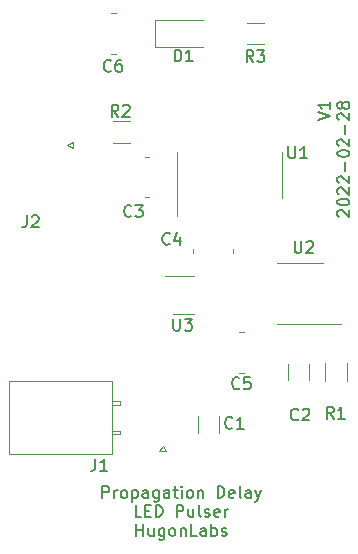
<source format=gto>
%TF.GenerationSoftware,KiCad,Pcbnew,6.0.2-378541a8eb~116~ubuntu20.04.1*%
%TF.CreationDate,2022-02-28T14:07:21-06:00*%
%TF.ProjectId,propagation_delay_led_pulser,70726f70-6167-4617-9469-6f6e5f64656c,1.0*%
%TF.SameCoordinates,Original*%
%TF.FileFunction,Legend,Top*%
%TF.FilePolarity,Positive*%
%FSLAX46Y46*%
G04 Gerber Fmt 4.6, Leading zero omitted, Abs format (unit mm)*
G04 Created by KiCad (PCBNEW 6.0.2-378541a8eb~116~ubuntu20.04.1) date 2022-02-28 14:07:21*
%MOMM*%
%LPD*%
G01*
G04 APERTURE LIST*
%ADD10C,0.150000*%
%ADD11C,0.120000*%
G04 APERTURE END LIST*
D10*
X223932369Y-59023794D02*
X224932369Y-58690461D01*
X223932369Y-58357128D01*
X224932369Y-57499985D02*
X224932369Y-58071413D01*
X224932369Y-57785699D02*
X223932369Y-57785699D01*
X224075227Y-57880937D01*
X224170465Y-57976175D01*
X224218084Y-58071413D01*
X225637608Y-67214270D02*
X225589989Y-67166651D01*
X225542369Y-67071413D01*
X225542369Y-66833318D01*
X225589989Y-66738080D01*
X225637608Y-66690461D01*
X225732846Y-66642842D01*
X225828084Y-66642842D01*
X225970941Y-66690461D01*
X226542369Y-67261889D01*
X226542369Y-66642842D01*
X225542369Y-66023794D02*
X225542369Y-65928556D01*
X225589989Y-65833318D01*
X225637608Y-65785699D01*
X225732846Y-65738080D01*
X225923322Y-65690461D01*
X226161417Y-65690461D01*
X226351893Y-65738080D01*
X226447131Y-65785699D01*
X226494750Y-65833318D01*
X226542369Y-65928556D01*
X226542369Y-66023794D01*
X226494750Y-66119032D01*
X226447131Y-66166651D01*
X226351893Y-66214270D01*
X226161417Y-66261889D01*
X225923322Y-66261889D01*
X225732846Y-66214270D01*
X225637608Y-66166651D01*
X225589989Y-66119032D01*
X225542369Y-66023794D01*
X225637608Y-65309509D02*
X225589989Y-65261889D01*
X225542369Y-65166651D01*
X225542369Y-64928556D01*
X225589989Y-64833318D01*
X225637608Y-64785699D01*
X225732846Y-64738080D01*
X225828084Y-64738080D01*
X225970941Y-64785699D01*
X226542369Y-65357128D01*
X226542369Y-64738080D01*
X225637608Y-64357128D02*
X225589989Y-64309509D01*
X225542369Y-64214270D01*
X225542369Y-63976175D01*
X225589989Y-63880937D01*
X225637608Y-63833318D01*
X225732846Y-63785699D01*
X225828084Y-63785699D01*
X225970941Y-63833318D01*
X226542369Y-64404747D01*
X226542369Y-63785699D01*
X226161417Y-63357128D02*
X226161417Y-62595223D01*
X225542369Y-61928556D02*
X225542369Y-61833318D01*
X225589989Y-61738080D01*
X225637608Y-61690461D01*
X225732846Y-61642842D01*
X225923322Y-61595223D01*
X226161417Y-61595223D01*
X226351893Y-61642842D01*
X226447131Y-61690461D01*
X226494750Y-61738080D01*
X226542369Y-61833318D01*
X226542369Y-61928556D01*
X226494750Y-62023794D01*
X226447131Y-62071413D01*
X226351893Y-62119032D01*
X226161417Y-62166651D01*
X225923322Y-62166651D01*
X225732846Y-62119032D01*
X225637608Y-62071413D01*
X225589989Y-62023794D01*
X225542369Y-61928556D01*
X225637608Y-61214270D02*
X225589989Y-61166651D01*
X225542369Y-61071413D01*
X225542369Y-60833318D01*
X225589989Y-60738080D01*
X225637608Y-60690461D01*
X225732846Y-60642842D01*
X225828084Y-60642842D01*
X225970941Y-60690461D01*
X226542369Y-61261889D01*
X226542369Y-60642842D01*
X226161417Y-60214270D02*
X226161417Y-59452366D01*
X225637608Y-59023794D02*
X225589989Y-58976175D01*
X225542369Y-58880937D01*
X225542369Y-58642842D01*
X225589989Y-58547604D01*
X225637608Y-58499985D01*
X225732846Y-58452366D01*
X225828084Y-58452366D01*
X225970941Y-58499985D01*
X226542369Y-59071413D01*
X226542369Y-58452366D01*
X225970941Y-57880937D02*
X225923322Y-57976175D01*
X225875703Y-58023794D01*
X225780465Y-58071413D01*
X225732846Y-58071413D01*
X225637608Y-58023794D01*
X225589989Y-57976175D01*
X225542369Y-57880937D01*
X225542369Y-57690461D01*
X225589989Y-57595223D01*
X225637608Y-57547604D01*
X225732846Y-57499985D01*
X225780465Y-57499985D01*
X225875703Y-57547604D01*
X225923322Y-57595223D01*
X225970941Y-57690461D01*
X225970941Y-57880937D01*
X226018560Y-57976175D01*
X226066179Y-58023794D01*
X226161417Y-58071413D01*
X226351893Y-58071413D01*
X226447131Y-58023794D01*
X226494750Y-57976175D01*
X226542369Y-57880937D01*
X226542369Y-57690461D01*
X226494750Y-57595223D01*
X226447131Y-57547604D01*
X226351893Y-57499985D01*
X226161417Y-57499985D01*
X226066179Y-57547604D01*
X226018560Y-57595223D01*
X225970941Y-57690461D01*
X205643322Y-91029394D02*
X205643322Y-90029394D01*
X206024274Y-90029394D01*
X206119512Y-90077014D01*
X206167131Y-90124633D01*
X206214750Y-90219871D01*
X206214750Y-90362728D01*
X206167131Y-90457966D01*
X206119512Y-90505585D01*
X206024274Y-90553204D01*
X205643322Y-90553204D01*
X206643322Y-91029394D02*
X206643322Y-90362728D01*
X206643322Y-90553204D02*
X206690941Y-90457966D01*
X206738560Y-90410347D01*
X206833798Y-90362728D01*
X206929036Y-90362728D01*
X207405227Y-91029394D02*
X207309989Y-90981775D01*
X207262369Y-90934156D01*
X207214750Y-90838918D01*
X207214750Y-90553204D01*
X207262369Y-90457966D01*
X207309989Y-90410347D01*
X207405227Y-90362728D01*
X207548084Y-90362728D01*
X207643322Y-90410347D01*
X207690941Y-90457966D01*
X207738560Y-90553204D01*
X207738560Y-90838918D01*
X207690941Y-90934156D01*
X207643322Y-90981775D01*
X207548084Y-91029394D01*
X207405227Y-91029394D01*
X208167131Y-90362728D02*
X208167131Y-91362728D01*
X208167131Y-90410347D02*
X208262369Y-90362728D01*
X208452846Y-90362728D01*
X208548084Y-90410347D01*
X208595703Y-90457966D01*
X208643322Y-90553204D01*
X208643322Y-90838918D01*
X208595703Y-90934156D01*
X208548084Y-90981775D01*
X208452846Y-91029394D01*
X208262369Y-91029394D01*
X208167131Y-90981775D01*
X209500465Y-91029394D02*
X209500465Y-90505585D01*
X209452846Y-90410347D01*
X209357608Y-90362728D01*
X209167131Y-90362728D01*
X209071893Y-90410347D01*
X209500465Y-90981775D02*
X209405227Y-91029394D01*
X209167131Y-91029394D01*
X209071893Y-90981775D01*
X209024274Y-90886537D01*
X209024274Y-90791299D01*
X209071893Y-90696061D01*
X209167131Y-90648442D01*
X209405227Y-90648442D01*
X209500465Y-90600823D01*
X210405227Y-90362728D02*
X210405227Y-91172252D01*
X210357608Y-91267490D01*
X210309989Y-91315109D01*
X210214750Y-91362728D01*
X210071893Y-91362728D01*
X209976655Y-91315109D01*
X210405227Y-90981775D02*
X210309989Y-91029394D01*
X210119512Y-91029394D01*
X210024274Y-90981775D01*
X209976655Y-90934156D01*
X209929036Y-90838918D01*
X209929036Y-90553204D01*
X209976655Y-90457966D01*
X210024274Y-90410347D01*
X210119512Y-90362728D01*
X210309989Y-90362728D01*
X210405227Y-90410347D01*
X211309989Y-91029394D02*
X211309989Y-90505585D01*
X211262369Y-90410347D01*
X211167131Y-90362728D01*
X210976655Y-90362728D01*
X210881417Y-90410347D01*
X211309989Y-90981775D02*
X211214750Y-91029394D01*
X210976655Y-91029394D01*
X210881417Y-90981775D01*
X210833798Y-90886537D01*
X210833798Y-90791299D01*
X210881417Y-90696061D01*
X210976655Y-90648442D01*
X211214750Y-90648442D01*
X211309989Y-90600823D01*
X211643322Y-90362728D02*
X212024274Y-90362728D01*
X211786179Y-90029394D02*
X211786179Y-90886537D01*
X211833798Y-90981775D01*
X211929036Y-91029394D01*
X212024274Y-91029394D01*
X212357608Y-91029394D02*
X212357608Y-90362728D01*
X212357608Y-90029394D02*
X212309989Y-90077014D01*
X212357608Y-90124633D01*
X212405227Y-90077014D01*
X212357608Y-90029394D01*
X212357608Y-90124633D01*
X212976655Y-91029394D02*
X212881417Y-90981775D01*
X212833798Y-90934156D01*
X212786179Y-90838918D01*
X212786179Y-90553204D01*
X212833798Y-90457966D01*
X212881417Y-90410347D01*
X212976655Y-90362728D01*
X213119512Y-90362728D01*
X213214750Y-90410347D01*
X213262369Y-90457966D01*
X213309989Y-90553204D01*
X213309989Y-90838918D01*
X213262369Y-90934156D01*
X213214750Y-90981775D01*
X213119512Y-91029394D01*
X212976655Y-91029394D01*
X213738560Y-90362728D02*
X213738560Y-91029394D01*
X213738560Y-90457966D02*
X213786179Y-90410347D01*
X213881417Y-90362728D01*
X214024274Y-90362728D01*
X214119512Y-90410347D01*
X214167131Y-90505585D01*
X214167131Y-91029394D01*
X215405227Y-91029394D02*
X215405227Y-90029394D01*
X215643322Y-90029394D01*
X215786179Y-90077014D01*
X215881417Y-90172252D01*
X215929036Y-90267490D01*
X215976655Y-90457966D01*
X215976655Y-90600823D01*
X215929036Y-90791299D01*
X215881417Y-90886537D01*
X215786179Y-90981775D01*
X215643322Y-91029394D01*
X215405227Y-91029394D01*
X216786179Y-90981775D02*
X216690941Y-91029394D01*
X216500465Y-91029394D01*
X216405227Y-90981775D01*
X216357608Y-90886537D01*
X216357608Y-90505585D01*
X216405227Y-90410347D01*
X216500465Y-90362728D01*
X216690941Y-90362728D01*
X216786179Y-90410347D01*
X216833798Y-90505585D01*
X216833798Y-90600823D01*
X216357608Y-90696061D01*
X217405227Y-91029394D02*
X217309989Y-90981775D01*
X217262369Y-90886537D01*
X217262369Y-90029394D01*
X218214750Y-91029394D02*
X218214750Y-90505585D01*
X218167131Y-90410347D01*
X218071893Y-90362728D01*
X217881417Y-90362728D01*
X217786179Y-90410347D01*
X218214750Y-90981775D02*
X218119512Y-91029394D01*
X217881417Y-91029394D01*
X217786179Y-90981775D01*
X217738560Y-90886537D01*
X217738560Y-90791299D01*
X217786179Y-90696061D01*
X217881417Y-90648442D01*
X218119512Y-90648442D01*
X218214750Y-90600823D01*
X218595703Y-90362728D02*
X218833798Y-91029394D01*
X219071893Y-90362728D02*
X218833798Y-91029394D01*
X218738560Y-91267490D01*
X218690941Y-91315109D01*
X218595703Y-91362728D01*
X208929036Y-92639394D02*
X208452846Y-92639394D01*
X208452846Y-91639394D01*
X209262369Y-92115585D02*
X209595703Y-92115585D01*
X209738560Y-92639394D02*
X209262369Y-92639394D01*
X209262369Y-91639394D01*
X209738560Y-91639394D01*
X210167131Y-92639394D02*
X210167131Y-91639394D01*
X210405227Y-91639394D01*
X210548084Y-91687014D01*
X210643322Y-91782252D01*
X210690941Y-91877490D01*
X210738560Y-92067966D01*
X210738560Y-92210823D01*
X210690941Y-92401299D01*
X210643322Y-92496537D01*
X210548084Y-92591775D01*
X210405227Y-92639394D01*
X210167131Y-92639394D01*
X211929036Y-92639394D02*
X211929036Y-91639394D01*
X212309989Y-91639394D01*
X212405227Y-91687014D01*
X212452846Y-91734633D01*
X212500465Y-91829871D01*
X212500465Y-91972728D01*
X212452846Y-92067966D01*
X212405227Y-92115585D01*
X212309989Y-92163204D01*
X211929036Y-92163204D01*
X213357608Y-91972728D02*
X213357608Y-92639394D01*
X212929036Y-91972728D02*
X212929036Y-92496537D01*
X212976655Y-92591775D01*
X213071893Y-92639394D01*
X213214750Y-92639394D01*
X213309989Y-92591775D01*
X213357608Y-92544156D01*
X213976655Y-92639394D02*
X213881417Y-92591775D01*
X213833798Y-92496537D01*
X213833798Y-91639394D01*
X214309989Y-92591775D02*
X214405227Y-92639394D01*
X214595703Y-92639394D01*
X214690941Y-92591775D01*
X214738560Y-92496537D01*
X214738560Y-92448918D01*
X214690941Y-92353680D01*
X214595703Y-92306061D01*
X214452846Y-92306061D01*
X214357608Y-92258442D01*
X214309989Y-92163204D01*
X214309989Y-92115585D01*
X214357608Y-92020347D01*
X214452846Y-91972728D01*
X214595703Y-91972728D01*
X214690941Y-92020347D01*
X215548084Y-92591775D02*
X215452846Y-92639394D01*
X215262369Y-92639394D01*
X215167131Y-92591775D01*
X215119512Y-92496537D01*
X215119512Y-92115585D01*
X215167131Y-92020347D01*
X215262369Y-91972728D01*
X215452846Y-91972728D01*
X215548084Y-92020347D01*
X215595703Y-92115585D01*
X215595703Y-92210823D01*
X215119512Y-92306061D01*
X216024274Y-92639394D02*
X216024274Y-91972728D01*
X216024274Y-92163204D02*
X216071893Y-92067966D01*
X216119512Y-92020347D01*
X216214750Y-91972728D01*
X216309989Y-91972728D01*
X208500465Y-94249394D02*
X208500465Y-93249394D01*
X208500465Y-93725585D02*
X209071893Y-93725585D01*
X209071893Y-94249394D02*
X209071893Y-93249394D01*
X209976655Y-93582728D02*
X209976655Y-94249394D01*
X209548084Y-93582728D02*
X209548084Y-94106537D01*
X209595703Y-94201775D01*
X209690941Y-94249394D01*
X209833798Y-94249394D01*
X209929036Y-94201775D01*
X209976655Y-94154156D01*
X210881417Y-93582728D02*
X210881417Y-94392252D01*
X210833798Y-94487490D01*
X210786179Y-94535109D01*
X210690941Y-94582728D01*
X210548084Y-94582728D01*
X210452846Y-94535109D01*
X210881417Y-94201775D02*
X210786179Y-94249394D01*
X210595703Y-94249394D01*
X210500465Y-94201775D01*
X210452846Y-94154156D01*
X210405227Y-94058918D01*
X210405227Y-93773204D01*
X210452846Y-93677966D01*
X210500465Y-93630347D01*
X210595703Y-93582728D01*
X210786179Y-93582728D01*
X210881417Y-93630347D01*
X211500465Y-94249394D02*
X211405227Y-94201775D01*
X211357608Y-94154156D01*
X211309989Y-94058918D01*
X211309989Y-93773204D01*
X211357608Y-93677966D01*
X211405227Y-93630347D01*
X211500465Y-93582728D01*
X211643322Y-93582728D01*
X211738560Y-93630347D01*
X211786179Y-93677966D01*
X211833798Y-93773204D01*
X211833798Y-94058918D01*
X211786179Y-94154156D01*
X211738560Y-94201775D01*
X211643322Y-94249394D01*
X211500465Y-94249394D01*
X212262369Y-93582728D02*
X212262369Y-94249394D01*
X212262369Y-93677966D02*
X212309989Y-93630347D01*
X212405227Y-93582728D01*
X212548084Y-93582728D01*
X212643322Y-93630347D01*
X212690941Y-93725585D01*
X212690941Y-94249394D01*
X213643322Y-94249394D02*
X213167131Y-94249394D01*
X213167131Y-93249394D01*
X214405227Y-94249394D02*
X214405227Y-93725585D01*
X214357608Y-93630347D01*
X214262369Y-93582728D01*
X214071893Y-93582728D01*
X213976655Y-93630347D01*
X214405227Y-94201775D02*
X214309989Y-94249394D01*
X214071893Y-94249394D01*
X213976655Y-94201775D01*
X213929036Y-94106537D01*
X213929036Y-94011299D01*
X213976655Y-93916061D01*
X214071893Y-93868442D01*
X214309989Y-93868442D01*
X214405227Y-93820823D01*
X214881417Y-94249394D02*
X214881417Y-93249394D01*
X214881417Y-93630347D02*
X214976655Y-93582728D01*
X215167131Y-93582728D01*
X215262369Y-93630347D01*
X215309989Y-93677966D01*
X215357608Y-93773204D01*
X215357608Y-94058918D01*
X215309989Y-94154156D01*
X215262369Y-94201775D01*
X215167131Y-94249394D01*
X214976655Y-94249394D01*
X214881417Y-94201775D01*
X215738560Y-94201775D02*
X215833798Y-94249394D01*
X216024274Y-94249394D01*
X216119512Y-94201775D01*
X216167131Y-94106537D01*
X216167131Y-94058918D01*
X216119512Y-93963680D01*
X216024274Y-93916061D01*
X215881417Y-93916061D01*
X215786179Y-93868442D01*
X215738560Y-93773204D01*
X215738560Y-93725585D01*
X215786179Y-93630347D01*
X215881417Y-93582728D01*
X216024274Y-93582728D01*
X216119512Y-93630347D01*
%TO.C,C5*%
X217243333Y-81719142D02*
X217195714Y-81766761D01*
X217052857Y-81814380D01*
X216957619Y-81814380D01*
X216814761Y-81766761D01*
X216719523Y-81671523D01*
X216671904Y-81576285D01*
X216624285Y-81385809D01*
X216624285Y-81242952D01*
X216671904Y-81052476D01*
X216719523Y-80957238D01*
X216814761Y-80862000D01*
X216957619Y-80814380D01*
X217052857Y-80814380D01*
X217195714Y-80862000D01*
X217243333Y-80909619D01*
X218148095Y-80814380D02*
X217671904Y-80814380D01*
X217624285Y-81290571D01*
X217671904Y-81242952D01*
X217767142Y-81195333D01*
X218005238Y-81195333D01*
X218100476Y-81242952D01*
X218148095Y-81290571D01*
X218195714Y-81385809D01*
X218195714Y-81623904D01*
X218148095Y-81719142D01*
X218100476Y-81766761D01*
X218005238Y-81814380D01*
X217767142Y-81814380D01*
X217671904Y-81766761D01*
X217624285Y-81719142D01*
%TO.C,C6*%
X206368322Y-54844151D02*
X206320703Y-54891770D01*
X206177846Y-54939389D01*
X206082608Y-54939389D01*
X205939750Y-54891770D01*
X205844512Y-54796532D01*
X205796893Y-54701294D01*
X205749274Y-54510818D01*
X205749274Y-54367961D01*
X205796893Y-54177485D01*
X205844512Y-54082247D01*
X205939750Y-53987009D01*
X206082608Y-53939389D01*
X206177846Y-53939389D01*
X206320703Y-53987009D01*
X206368322Y-54034628D01*
X207225465Y-53939389D02*
X207034989Y-53939389D01*
X206939750Y-53987009D01*
X206892131Y-54034628D01*
X206796893Y-54177485D01*
X206749274Y-54367961D01*
X206749274Y-54748913D01*
X206796893Y-54844151D01*
X206844512Y-54891770D01*
X206939750Y-54939389D01*
X207130227Y-54939389D01*
X207225465Y-54891770D01*
X207273084Y-54844151D01*
X207320703Y-54748913D01*
X207320703Y-54510818D01*
X207273084Y-54415580D01*
X207225465Y-54367961D01*
X207130227Y-54320342D01*
X206939750Y-54320342D01*
X206844512Y-54367961D01*
X206796893Y-54415580D01*
X206749274Y-54510818D01*
%TO.C,C1*%
X216643322Y-85069151D02*
X216595703Y-85116770D01*
X216452846Y-85164389D01*
X216357608Y-85164389D01*
X216214750Y-85116770D01*
X216119512Y-85021532D01*
X216071893Y-84926294D01*
X216024274Y-84735818D01*
X216024274Y-84592961D01*
X216071893Y-84402485D01*
X216119512Y-84307247D01*
X216214750Y-84212009D01*
X216357608Y-84164389D01*
X216452846Y-84164389D01*
X216595703Y-84212009D01*
X216643322Y-84259628D01*
X217595703Y-85164389D02*
X217024274Y-85164389D01*
X217309989Y-85164389D02*
X217309989Y-84164389D01*
X217214750Y-84307247D01*
X217119512Y-84402485D01*
X217024274Y-84450104D01*
%TO.C,U3*%
X211648084Y-75864389D02*
X211648084Y-76673913D01*
X211695703Y-76769151D01*
X211743322Y-76816770D01*
X211838560Y-76864389D01*
X212029036Y-76864389D01*
X212124274Y-76816770D01*
X212171893Y-76769151D01*
X212219512Y-76673913D01*
X212219512Y-75864389D01*
X212600465Y-75864389D02*
X213219512Y-75864389D01*
X212886179Y-76245342D01*
X213029036Y-76245342D01*
X213124274Y-76292961D01*
X213171893Y-76340580D01*
X213219512Y-76435818D01*
X213219512Y-76673913D01*
X213171893Y-76769151D01*
X213124274Y-76816770D01*
X213029036Y-76864389D01*
X212743322Y-76864389D01*
X212648084Y-76816770D01*
X212600465Y-76769151D01*
%TO.C,C2*%
X222218322Y-84369151D02*
X222170703Y-84416770D01*
X222027846Y-84464389D01*
X221932608Y-84464389D01*
X221789750Y-84416770D01*
X221694512Y-84321532D01*
X221646893Y-84226294D01*
X221599274Y-84035818D01*
X221599274Y-83892961D01*
X221646893Y-83702485D01*
X221694512Y-83607247D01*
X221789750Y-83512009D01*
X221932608Y-83464389D01*
X222027846Y-83464389D01*
X222170703Y-83512009D01*
X222218322Y-83559628D01*
X222599274Y-83559628D02*
X222646893Y-83512009D01*
X222742131Y-83464389D01*
X222980227Y-83464389D01*
X223075465Y-83512009D01*
X223123084Y-83559628D01*
X223170703Y-83654866D01*
X223170703Y-83750104D01*
X223123084Y-83892961D01*
X222551655Y-84464389D01*
X223170703Y-84464389D01*
%TO.C,C4*%
X211343322Y-69494151D02*
X211295703Y-69541770D01*
X211152846Y-69589389D01*
X211057608Y-69589389D01*
X210914750Y-69541770D01*
X210819512Y-69446532D01*
X210771893Y-69351294D01*
X210724274Y-69160818D01*
X210724274Y-69017961D01*
X210771893Y-68827485D01*
X210819512Y-68732247D01*
X210914750Y-68637009D01*
X211057608Y-68589389D01*
X211152846Y-68589389D01*
X211295703Y-68637009D01*
X211343322Y-68684628D01*
X212200465Y-68922723D02*
X212200465Y-69589389D01*
X211962369Y-68541770D02*
X211724274Y-69256056D01*
X212343322Y-69256056D01*
%TO.C,U2*%
X221923084Y-69289389D02*
X221923084Y-70098913D01*
X221970703Y-70194151D01*
X222018322Y-70241770D01*
X222113560Y-70289389D01*
X222304036Y-70289389D01*
X222399274Y-70241770D01*
X222446893Y-70194151D01*
X222494512Y-70098913D01*
X222494512Y-69289389D01*
X222923084Y-69384628D02*
X222970703Y-69337009D01*
X223065941Y-69289389D01*
X223304036Y-69289389D01*
X223399274Y-69337009D01*
X223446893Y-69384628D01*
X223494512Y-69479866D01*
X223494512Y-69575104D01*
X223446893Y-69717961D01*
X222875465Y-70289389D01*
X223494512Y-70289389D01*
%TO.C,R2*%
X206993322Y-58739389D02*
X206659989Y-58263199D01*
X206421893Y-58739389D02*
X206421893Y-57739389D01*
X206802846Y-57739389D01*
X206898084Y-57787009D01*
X206945703Y-57834628D01*
X206993322Y-57929866D01*
X206993322Y-58072723D01*
X206945703Y-58167961D01*
X206898084Y-58215580D01*
X206802846Y-58263199D01*
X206421893Y-58263199D01*
X207374274Y-57834628D02*
X207421893Y-57787009D01*
X207517131Y-57739389D01*
X207755227Y-57739389D01*
X207850465Y-57787009D01*
X207898084Y-57834628D01*
X207945703Y-57929866D01*
X207945703Y-58025104D01*
X207898084Y-58167961D01*
X207326655Y-58739389D01*
X207945703Y-58739389D01*
%TO.C,J1*%
X205051655Y-87739389D02*
X205051655Y-88453675D01*
X205004036Y-88596532D01*
X204908798Y-88691770D01*
X204765941Y-88739389D01*
X204670703Y-88739389D01*
X206051655Y-88739389D02*
X205480227Y-88739389D01*
X205765941Y-88739389D02*
X205765941Y-87739389D01*
X205670703Y-87882247D01*
X205575465Y-87977485D01*
X205480227Y-88025104D01*
%TO.C,R1*%
X225218322Y-84314389D02*
X224884989Y-83838199D01*
X224646893Y-84314389D02*
X224646893Y-83314389D01*
X225027846Y-83314389D01*
X225123084Y-83362009D01*
X225170703Y-83409628D01*
X225218322Y-83504866D01*
X225218322Y-83647723D01*
X225170703Y-83742961D01*
X225123084Y-83790580D01*
X225027846Y-83838199D01*
X224646893Y-83838199D01*
X226170703Y-84314389D02*
X225599274Y-84314389D01*
X225884989Y-84314389D02*
X225884989Y-83314389D01*
X225789750Y-83457247D01*
X225694512Y-83552485D01*
X225599274Y-83600104D01*
%TO.C,C3*%
X208093322Y-67144151D02*
X208045703Y-67191770D01*
X207902846Y-67239389D01*
X207807608Y-67239389D01*
X207664750Y-67191770D01*
X207569512Y-67096532D01*
X207521893Y-67001294D01*
X207474274Y-66810818D01*
X207474274Y-66667961D01*
X207521893Y-66477485D01*
X207569512Y-66382247D01*
X207664750Y-66287009D01*
X207807608Y-66239389D01*
X207902846Y-66239389D01*
X208045703Y-66287009D01*
X208093322Y-66334628D01*
X208426655Y-66239389D02*
X209045703Y-66239389D01*
X208712369Y-66620342D01*
X208855227Y-66620342D01*
X208950465Y-66667961D01*
X208998084Y-66715580D01*
X209045703Y-66810818D01*
X209045703Y-67048913D01*
X208998084Y-67144151D01*
X208950465Y-67191770D01*
X208855227Y-67239389D01*
X208569512Y-67239389D01*
X208474274Y-67191770D01*
X208426655Y-67144151D01*
%TO.C,U1*%
X221398084Y-61264389D02*
X221398084Y-62073913D01*
X221445703Y-62169151D01*
X221493322Y-62216770D01*
X221588560Y-62264389D01*
X221779036Y-62264389D01*
X221874274Y-62216770D01*
X221921893Y-62169151D01*
X221969512Y-62073913D01*
X221969512Y-61264389D01*
X222969512Y-62264389D02*
X222398084Y-62264389D01*
X222683798Y-62264389D02*
X222683798Y-61264389D01*
X222588560Y-61407247D01*
X222493322Y-61502485D01*
X222398084Y-61550104D01*
%TO.C,D1*%
X211771893Y-54064389D02*
X211771893Y-53064389D01*
X212009989Y-53064389D01*
X212152846Y-53112009D01*
X212248084Y-53207247D01*
X212295703Y-53302485D01*
X212343322Y-53492961D01*
X212343322Y-53635818D01*
X212295703Y-53826294D01*
X212248084Y-53921532D01*
X212152846Y-54016770D01*
X212009989Y-54064389D01*
X211771893Y-54064389D01*
X213295703Y-54064389D02*
X212724274Y-54064389D01*
X213009989Y-54064389D02*
X213009989Y-53064389D01*
X212914750Y-53207247D01*
X212819512Y-53302485D01*
X212724274Y-53350104D01*
%TO.C,R3*%
X218418322Y-54114389D02*
X218084989Y-53638199D01*
X217846893Y-54114389D02*
X217846893Y-53114389D01*
X218227846Y-53114389D01*
X218323084Y-53162009D01*
X218370703Y-53209628D01*
X218418322Y-53304866D01*
X218418322Y-53447723D01*
X218370703Y-53542961D01*
X218323084Y-53590580D01*
X218227846Y-53638199D01*
X217846893Y-53638199D01*
X218751655Y-53114389D02*
X219370703Y-53114389D01*
X219037369Y-53495342D01*
X219180227Y-53495342D01*
X219275465Y-53542961D01*
X219323084Y-53590580D01*
X219370703Y-53685818D01*
X219370703Y-53923913D01*
X219323084Y-54019151D01*
X219275465Y-54066770D01*
X219180227Y-54114389D01*
X218894512Y-54114389D01*
X218799274Y-54066770D01*
X218751655Y-54019151D01*
%TO.C,J2*%
X199251655Y-67114389D02*
X199251655Y-67828675D01*
X199204036Y-67971532D01*
X199108798Y-68066770D01*
X198965941Y-68114389D01*
X198870703Y-68114389D01*
X199680227Y-67209628D02*
X199727846Y-67162009D01*
X199823084Y-67114389D01*
X200061179Y-67114389D01*
X200156417Y-67162009D01*
X200204036Y-67209628D01*
X200251655Y-67304866D01*
X200251655Y-67400104D01*
X200204036Y-67542961D01*
X199632608Y-68114389D01*
X200251655Y-68114389D01*
D11*
%TO.C,C5*%
X217592983Y-80422000D02*
X217227017Y-80422000D01*
X217592983Y-77002000D02*
X217227017Y-77002000D01*
%TO.C,C6*%
X206755472Y-50002009D02*
X206389506Y-50002009D01*
X206755472Y-53422009D02*
X206389506Y-53422009D01*
%TO.C,C1*%
X215537000Y-84076936D02*
X215537000Y-85531064D01*
X213717000Y-84076936D02*
X213717000Y-85531064D01*
%TO.C,U3*%
X213409989Y-72202009D02*
X210959989Y-72202009D01*
X211609989Y-75422009D02*
X213409989Y-75422009D01*
%TO.C,C2*%
X221336989Y-79650757D02*
X221336989Y-81073261D01*
X223156989Y-79650757D02*
X223156989Y-81073261D01*
%TO.C,C4*%
X216719989Y-70332492D02*
X216719989Y-69966526D01*
X213299989Y-70332492D02*
X213299989Y-69966526D01*
%TO.C,U2*%
X222409989Y-71152009D02*
X220459989Y-71152009D01*
X222409989Y-76272009D02*
X225859989Y-76272009D01*
X222409989Y-71152009D02*
X224359989Y-71152009D01*
X222409989Y-76272009D02*
X220459989Y-76272009D01*
%TO.C,R2*%
X207987053Y-60972009D02*
X206532925Y-60972009D01*
X207987053Y-59152009D02*
X206532925Y-59152009D01*
%TO.C,J1*%
X206440000Y-85642000D02*
X207140000Y-85642000D01*
X206440000Y-83142000D02*
X207140000Y-83142000D01*
X211050000Y-87026264D02*
X210750000Y-86602000D01*
X206440000Y-82842000D02*
X206440000Y-83142000D01*
X197760000Y-81162000D02*
X197760000Y-87322000D01*
X210450000Y-87026264D02*
X211050000Y-87026264D01*
X207140000Y-85642000D02*
X207140000Y-85342000D01*
X207140000Y-82842000D02*
X206440000Y-82842000D01*
X206440000Y-81162000D02*
X197760000Y-81162000D01*
X206440000Y-85342000D02*
X206440000Y-85642000D01*
X207140000Y-85342000D02*
X206440000Y-85342000D01*
X206440000Y-87322000D02*
X206440000Y-81162000D01*
X197760000Y-87322000D02*
X206440000Y-87322000D01*
X210750000Y-86602000D02*
X210450000Y-87026264D01*
X207140000Y-83142000D02*
X207140000Y-82842000D01*
%TO.C,R1*%
X224499989Y-79634945D02*
X224499989Y-81089073D01*
X226319989Y-79634945D02*
X226319989Y-81089073D01*
%TO.C,C3*%
X209605472Y-62152009D02*
X209239506Y-62152009D01*
X209605472Y-65572009D02*
X209239506Y-65572009D01*
%TO.C,U1*%
X220844989Y-63712009D02*
X220844989Y-65662009D01*
X211974989Y-63712009D02*
X211974989Y-67162009D01*
X220844989Y-63712009D02*
X220844989Y-61762009D01*
X211974989Y-63712009D02*
X211974989Y-61762009D01*
%TO.C,D1*%
X210064489Y-50577009D02*
X210064489Y-52847009D01*
X214124489Y-50577009D02*
X210064489Y-50577009D01*
X210064489Y-52847009D02*
X214124489Y-52847009D01*
%TO.C,R3*%
X219337053Y-52622009D02*
X217882925Y-52622009D01*
X219337053Y-50802009D02*
X217882925Y-50802009D01*
%TO.C,J2*%
X202669989Y-61112009D02*
X203169989Y-61362009D01*
X203169989Y-61362009D02*
X203169989Y-60862009D01*
X203169989Y-60862009D02*
X202669989Y-61112009D01*
%TD*%
M02*

</source>
